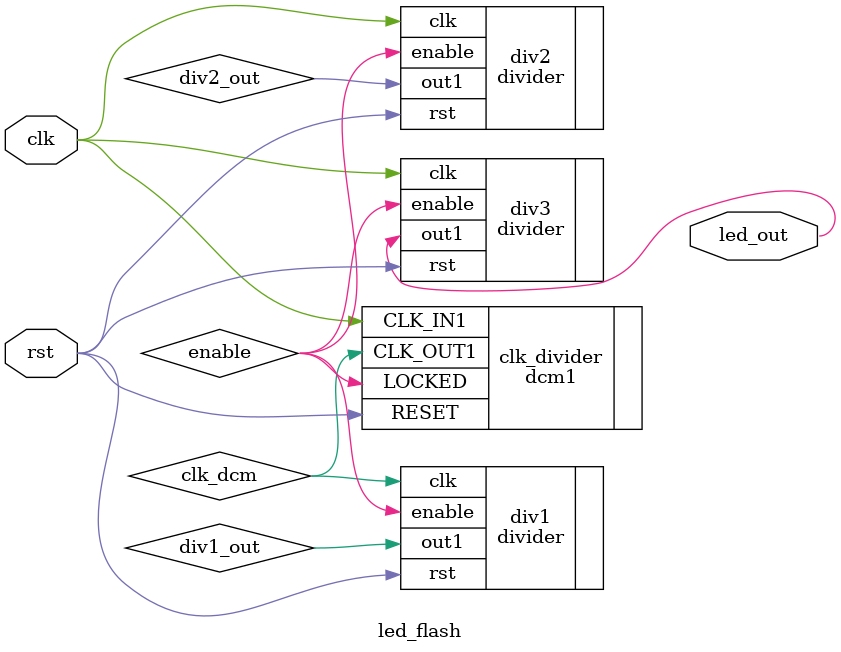
<source format=v>
`timescale 1ns / 1ps
module led_flash(
    input clk,
	 input rst,
    output led_out
    );

	wire enable;
	wire clk_dcm;
	wire div1_out;
	wire div2_out;
	
	//Use DCM primitive to divide input clock down to 3.25Mhz
	dcm1 clk_divider
		(// Clock in ports
		 .CLK_IN1(clk),      // IN -> 32MHz
		 // Clock out ports
		 .CLK_OUT1(clk_dcm),     // OUT -> 3.25 MHz
		 // Status and control signals
		 .RESET(rst),// IN
		 .LOCKED(enable));      // OUT
	
	//Divide clock by 100 -->32.5KHz
	divider #(.DIVIDE_BITS(7),.DIVIDE(100)) div1(
 		.enable(enable), 
		.clk(clk_dcm), 
		.rst(rst), 
		.out1(div1_out)
		);

	//Divide clock by 100 -->325Hz
	divider #(.DIVIDE_BITS(7),.DIVIDE(100)) div2(
 		.enable(enable), 
		.clk(clk), 
		.rst(rst), 
		.out1(div2_out)
		);

	//Divide clock by 100 --> 3.25Hz
	divider #(.DIVIDE_BITS(7),.DIVIDE(100)) div3(
 		.enable(enable), 
		.clk(clk), 
		.rst(rst), 
		.out1(led_out)
		);
endmodule

</source>
